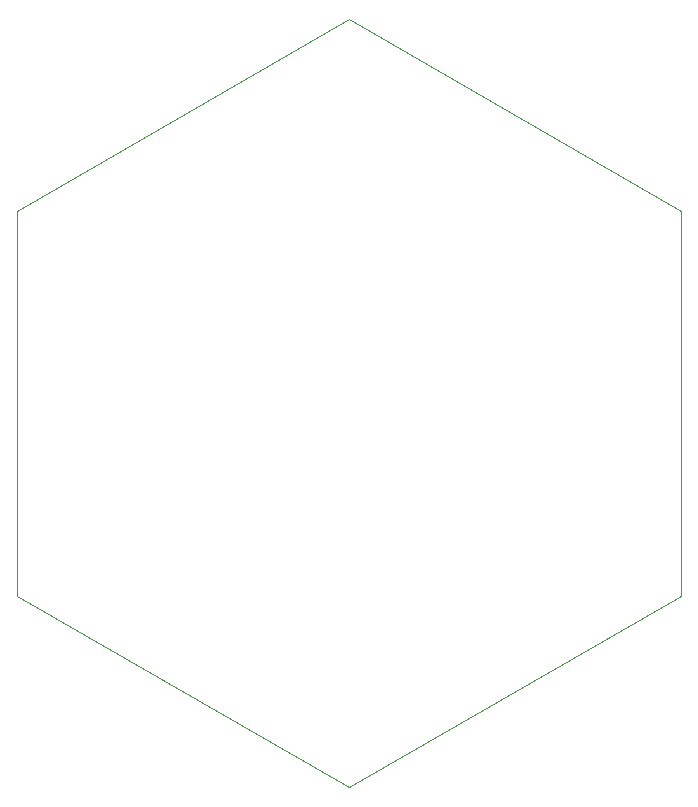
<source format=gbr>
%FSLAX43Y43*%
%MOMM*%
G71*
G01*
G75*
G04 Layer_Color=16711935*
%ADD10R,1.500X2.500*%
%ADD11R,0.762X1.372*%
%ADD12R,1.372X0.864*%
%ADD13R,1.372X0.762*%
%ADD14R,0.864X1.372*%
%ADD15R,1.100X0.650*%
%ADD16R,1.300X2.700*%
%ADD17R,0.650X1.100*%
%ADD18R,0.900X0.950*%
%ADD19R,0.900X0.950*%
%ADD20O,0.550X1.750*%
%ADD21O,1.750X0.550*%
%ADD22R,2.032X2.032*%
%ADD23R,0.550X1.450*%
%ADD24C,0.200*%
%ADD25C,0.254*%
%ADD26P,2.121X4X75.0*%
%ADD27C,1.500*%
%ADD28C,2.700*%
%ADD29R,1.500X1.500*%
%ADD30C,1.300*%
%ADD31C,0.800*%
%ADD32C,6.000*%
%ADD33C,3.000*%
G04:AMPARAMS|DCode=34|XSize=2mm|YSize=1mm|CornerRadius=0mm|HoleSize=0mm|Usage=FLASHONLY|Rotation=150.000|XOffset=0mm|YOffset=0mm|HoleType=Round|Shape=Rectangle|*
%AMROTATEDRECTD34*
4,1,4,1.116,-0.067,0.616,-0.933,-1.116,0.067,-0.616,0.933,1.116,-0.067,0.0*
%
%ADD34ROTATEDRECTD34*%

G04:AMPARAMS|DCode=35|XSize=2mm|YSize=1mm|CornerRadius=0mm|HoleSize=0mm|Usage=FLASHONLY|Rotation=30.000|XOffset=0mm|YOffset=0mm|HoleType=Round|Shape=Rectangle|*
%AMROTATEDRECTD35*
4,1,4,-0.616,-0.933,-1.116,-0.067,0.616,0.933,1.116,0.067,-0.616,-0.933,0.0*
%
%ADD35ROTATEDRECTD35*%

%ADD36C,2.000*%
%ADD37C,0.250*%
%ADD38C,0.600*%
%ADD39C,0.508*%
%ADD40C,0.152*%
%ADD41C,0.150*%
%ADD42C,0.300*%
%ADD43R,1.703X2.703*%
%ADD44R,0.965X1.575*%
%ADD45R,1.575X1.067*%
%ADD46R,1.575X0.965*%
%ADD47R,1.067X1.575*%
%ADD48R,1.303X0.853*%
%ADD49R,1.503X2.903*%
%ADD50R,0.853X1.303*%
%ADD51R,1.103X1.153*%
%ADD52R,1.103X1.153*%
%ADD53O,0.753X1.953*%
%ADD54O,1.953X0.753*%
%ADD55R,2.235X2.235*%
%ADD56R,0.753X1.653*%
%ADD57P,2.409X4X75.0*%
%ADD58C,1.703*%
%ADD59C,2.903*%
%ADD60R,1.703X1.703*%
%ADD61C,1.503*%
G04:AMPARAMS|DCode=62|XSize=2.203mm|YSize=1.203mm|CornerRadius=0mm|HoleSize=0mm|Usage=FLASHONLY|Rotation=150.000|XOffset=0mm|YOffset=0mm|HoleType=Round|Shape=Rectangle|*
%AMROTATEDRECTD62*
4,1,4,1.255,-0.030,0.653,-1.072,-1.255,0.030,-0.653,1.072,1.255,-0.030,0.0*
%
%ADD62ROTATEDRECTD62*%

G04:AMPARAMS|DCode=63|XSize=2.203mm|YSize=1.203mm|CornerRadius=0mm|HoleSize=0mm|Usage=FLASHONLY|Rotation=30.000|XOffset=0mm|YOffset=0mm|HoleType=Round|Shape=Rectangle|*
%AMROTATEDRECTD63*
4,1,4,-0.653,-1.072,-1.255,-0.030,0.653,1.072,1.255,0.030,-0.653,-1.072,0.0*
%
%ADD63ROTATEDRECTD63*%

%ADD64C,0.013*%
%ADD65C,0.018*%
%ADD66C,0.500*%
%ADD67C,0.400*%
%ADD68C,1.000*%
%ADD69R,26.075X5.625*%
%ADD70C,0.100*%
D70*
X-28100Y16300D02*
X0Y32500D01*
X-28100Y-16300D02*
Y16300D01*
Y-16300D02*
X0Y-32500D01*
X28100Y-16300D01*
Y16300D01*
X0Y32500D02*
X28100Y16300D01*
M02*

</source>
